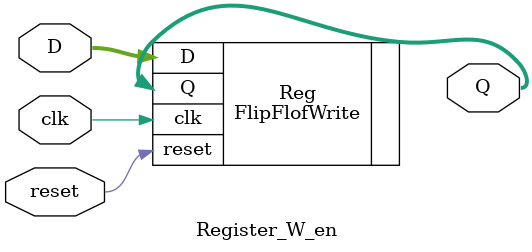
<source format=v>
module Register_W_en #(parameter WIDTH = 32)
(
	input [WIDTH-1:0] D,
	input clk, reset,
	output [WIDTH-1:0] Q 
);

FlipFlofWrite Reg (.D(D), .reset(reset), .clk(clk), .Q(Q));
endmodule 
</source>
